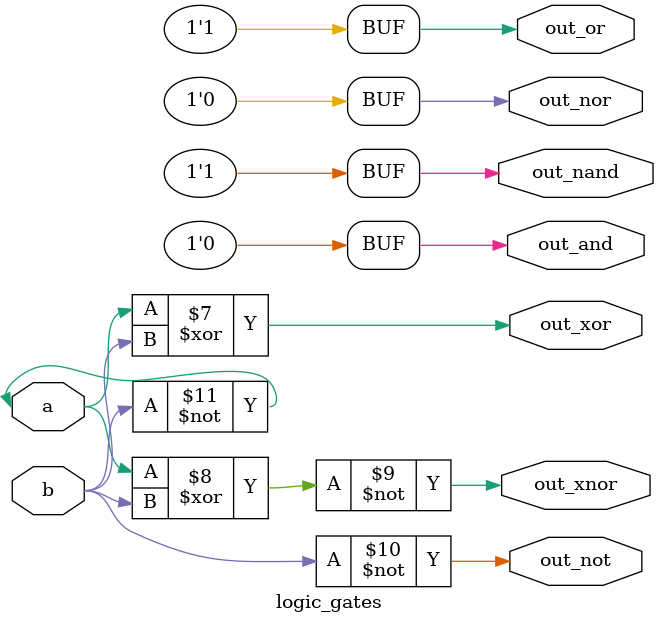
<source format=v>
`timescale 1ns / 1ps


module logic_gates(a,b,out_not,out_and,out_nand,out_or,out_nor,out_xor,out_xnor);
input a,b;
output out_not,out_and,out_nand,out_or,out_nor,out_xor,out_xnor;
    not(out_not,a,b);
    and(out_and,a,b);
    nand(out_nand,a,b);
    or(out_or,a,b);
    nor(out_nor,a,b);
    xor(out_xor,a,b);
    xnor(out_xnor,a,b);
endmodule

</source>
